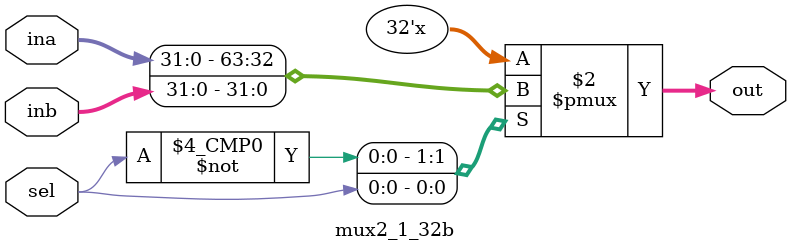
<source format=v>
module mux2_1_32b(ina,inb,sel,out);

    input [31:0] ina,inb;
    input sel;
    output reg [31:0] out;

    always@(*)begin
        case(sel)
            1'b0 : out <= ina;
            1'b1 : out <= inb;
        endcase
    end
endmodule
</source>
